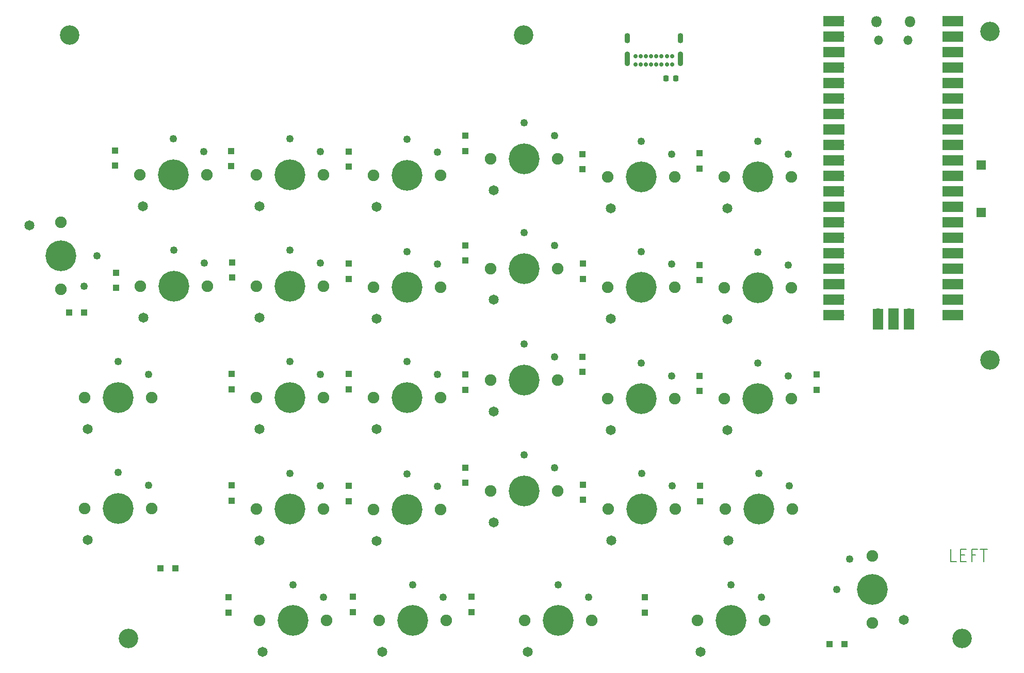
<source format=gbr>
%TF.GenerationSoftware,KiCad,Pcbnew,(6.0.6-0)*%
%TF.CreationDate,2023-01-06T16:27:02+00:00*%
%TF.ProjectId,MacSplit60,4d616353-706c-4697-9436-302e6b696361,rev?*%
%TF.SameCoordinates,Original*%
%TF.FileFunction,Soldermask,Top*%
%TF.FilePolarity,Negative*%
%FSLAX46Y46*%
G04 Gerber Fmt 4.6, Leading zero omitted, Abs format (unit mm)*
G04 Created by KiCad (PCBNEW (6.0.6-0)) date 2023-01-06 16:27:02*
%MOMM*%
%LPD*%
G01*
G04 APERTURE LIST*
G04 Aperture macros list*
%AMRoundRect*
0 Rectangle with rounded corners*
0 $1 Rounding radius*
0 $2 $3 $4 $5 $6 $7 $8 $9 X,Y pos of 4 corners*
0 Add a 4 corners polygon primitive as box body*
4,1,4,$2,$3,$4,$5,$6,$7,$8,$9,$2,$3,0*
0 Add four circle primitives for the rounded corners*
1,1,$1+$1,$2,$3*
1,1,$1+$1,$4,$5*
1,1,$1+$1,$6,$7*
1,1,$1+$1,$8,$9*
0 Add four rect primitives between the rounded corners*
20,1,$1+$1,$2,$3,$4,$5,0*
20,1,$1+$1,$4,$5,$6,$7,0*
20,1,$1+$1,$6,$7,$8,$9,0*
20,1,$1+$1,$8,$9,$2,$3,0*%
G04 Aperture macros list end*
%ADD10C,0.150000*%
%ADD11RoundRect,0.225000X-0.225000X-0.250000X0.225000X-0.250000X0.225000X0.250000X-0.225000X0.250000X0*%
%ADD12C,1.900000*%
%ADD13C,1.250000*%
%ADD14C,1.650000*%
%ADD15C,5.050000*%
%ADD16O,1.800000X1.800000*%
%ADD17O,1.500000X1.500000*%
%ADD18O,1.700000X1.700000*%
%ADD19R,3.500000X1.700000*%
%ADD20R,1.700000X1.700000*%
%ADD21R,1.700000X3.500000*%
%ADD22C,3.200000*%
%ADD23C,0.700000*%
%ADD24O,0.900000X1.700000*%
%ADD25O,0.900000X2.400000*%
%ADD26R,1.500000X1.500000*%
%ADD27R,1.000000X1.000000*%
G04 APERTURE END LIST*
D10*
X243395238Y-125704761D02*
X242442857Y-125704761D01*
X242442857Y-123704761D01*
X244061904Y-124657142D02*
X244728571Y-124657142D01*
X245014285Y-125704761D02*
X244061904Y-125704761D01*
X244061904Y-123704761D01*
X245014285Y-123704761D01*
X246538095Y-124657142D02*
X245871428Y-124657142D01*
X245871428Y-125704761D02*
X245871428Y-123704761D01*
X246823809Y-123704761D01*
X247300000Y-123704761D02*
X248442857Y-123704761D01*
X247871428Y-125704761D02*
X247871428Y-123704761D01*
D11*
%TO.C,C1*%
X195735000Y-46350000D03*
X197285000Y-46350000D03*
%TD*%
D12*
%TO.C,SW2*%
X128500000Y-62200000D03*
D13*
X139000000Y-58400000D03*
D14*
X129000000Y-67350000D03*
D12*
X139500000Y-62200000D03*
D13*
X134000000Y-56300000D03*
D15*
X134000000Y-62200000D03*
%TD*%
D12*
%TO.C,SW18*%
X205300000Y-99000000D03*
D15*
X210800000Y-99000000D03*
D13*
X210800000Y-93100000D03*
X215800000Y-95200000D03*
D14*
X205800000Y-104150000D03*
D12*
X216300000Y-99000000D03*
%TD*%
D16*
%TO.C,U1*%
X230275000Y-37100000D03*
D17*
X235425000Y-40130000D03*
X230575000Y-40130000D03*
D16*
X235725000Y-37100000D03*
D18*
X224110000Y-36970000D03*
D19*
X223210000Y-36970000D03*
D18*
X224110000Y-39510000D03*
D19*
X223210000Y-39510000D03*
D20*
X224110000Y-42050000D03*
D19*
X223210000Y-42050000D03*
D18*
X224110000Y-44590000D03*
D19*
X223210000Y-44590000D03*
D18*
X224110000Y-47130000D03*
D19*
X223210000Y-47130000D03*
D18*
X224110000Y-49670000D03*
D19*
X223210000Y-49670000D03*
D18*
X224110000Y-52210000D03*
D19*
X223210000Y-52210000D03*
D20*
X224110000Y-54750000D03*
D19*
X223210000Y-54750000D03*
X223210000Y-57290000D03*
D18*
X224110000Y-57290000D03*
X224110000Y-59830000D03*
D19*
X223210000Y-59830000D03*
X223210000Y-62370000D03*
D18*
X224110000Y-62370000D03*
X224110000Y-64910000D03*
D19*
X223210000Y-64910000D03*
X223210000Y-67450000D03*
D20*
X224110000Y-67450000D03*
D19*
X223210000Y-69990000D03*
D18*
X224110000Y-69990000D03*
X224110000Y-72530000D03*
D19*
X223210000Y-72530000D03*
D18*
X224110000Y-75070000D03*
D19*
X223210000Y-75070000D03*
X223210000Y-77610000D03*
D18*
X224110000Y-77610000D03*
D20*
X224110000Y-80150000D03*
D19*
X223210000Y-80150000D03*
X223210000Y-82690000D03*
D18*
X224110000Y-82690000D03*
D19*
X223210000Y-85230000D03*
D18*
X224110000Y-85230000D03*
D19*
X242790000Y-85230000D03*
D18*
X241890000Y-85230000D03*
X241890000Y-82690000D03*
D19*
X242790000Y-82690000D03*
X242790000Y-80150000D03*
D20*
X241890000Y-80150000D03*
D19*
X242790000Y-77610000D03*
D18*
X241890000Y-77610000D03*
X241890000Y-75070000D03*
D19*
X242790000Y-75070000D03*
D18*
X241890000Y-72530000D03*
D19*
X242790000Y-72530000D03*
X242790000Y-69990000D03*
D18*
X241890000Y-69990000D03*
D19*
X242790000Y-67450000D03*
D20*
X241890000Y-67450000D03*
D19*
X242790000Y-64910000D03*
D18*
X241890000Y-64910000D03*
X241890000Y-62370000D03*
D19*
X242790000Y-62370000D03*
X242790000Y-59830000D03*
D18*
X241890000Y-59830000D03*
D19*
X242790000Y-57290000D03*
D18*
X241890000Y-57290000D03*
D20*
X241890000Y-54750000D03*
D19*
X242790000Y-54750000D03*
D18*
X241890000Y-52210000D03*
D19*
X242790000Y-52210000D03*
D18*
X241890000Y-49670000D03*
D19*
X242790000Y-49670000D03*
D18*
X241890000Y-47130000D03*
D19*
X242790000Y-47130000D03*
X242790000Y-44590000D03*
D18*
X241890000Y-44590000D03*
D19*
X242790000Y-42050000D03*
D20*
X241890000Y-42050000D03*
D18*
X241890000Y-39510000D03*
D19*
X242790000Y-39510000D03*
D18*
X241890000Y-36970000D03*
D19*
X242790000Y-36970000D03*
D18*
X230460000Y-85000000D03*
D21*
X230460000Y-85900000D03*
X233000000Y-85900000D03*
D20*
X233000000Y-85000000D03*
D18*
X235540000Y-85000000D03*
D21*
X235540000Y-85900000D03*
%TD*%
D12*
%TO.C,SW23*%
X186200000Y-117100000D03*
D14*
X186700000Y-122250000D03*
D12*
X197200000Y-117100000D03*
D13*
X191700000Y-111200000D03*
X196700000Y-113300000D03*
D15*
X191700000Y-117100000D03*
%TD*%
D22*
%TO.C,H7*%
X172300000Y-39300000D03*
%TD*%
D12*
%TO.C,SW29*%
X229600000Y-124800000D03*
D15*
X229600000Y-130300000D03*
D12*
X229600000Y-135800000D03*
D13*
X223700000Y-130300000D03*
X225800000Y-125300000D03*
D14*
X234750000Y-135300000D03*
%TD*%
D15*
%TO.C,SW14*%
X134000000Y-98800000D03*
D13*
X139000000Y-95000000D03*
X134000000Y-92900000D03*
D12*
X128500000Y-98800000D03*
D14*
X129000000Y-103950000D03*
D12*
X139500000Y-98800000D03*
%TD*%
D23*
%TO.C,J1*%
X196675000Y-44125000D03*
X195825000Y-44125000D03*
X194975000Y-44125000D03*
X194125000Y-44125000D03*
X193275000Y-44125000D03*
X192425000Y-44125000D03*
X191575000Y-44125000D03*
X190725000Y-44125000D03*
X190725000Y-42775000D03*
X191575000Y-42775000D03*
X192425000Y-42775000D03*
X193275000Y-42775000D03*
X194125000Y-42775000D03*
X194975000Y-42775000D03*
X195825000Y-42775000D03*
X196675000Y-42775000D03*
D24*
X198025000Y-39765000D03*
X189375000Y-39765000D03*
D25*
X198025000Y-43145000D03*
X189375000Y-43145000D03*
%TD*%
D15*
%TO.C,SW13*%
X105800291Y-98800000D03*
D12*
X100300291Y-98800000D03*
D14*
X100800291Y-103950000D03*
D12*
X111300291Y-98800000D03*
D13*
X105800291Y-92900000D03*
X110800291Y-95000000D03*
%TD*%
D14*
%TO.C,SW6*%
X205800000Y-67750000D03*
D13*
X215800000Y-58800000D03*
D12*
X205300000Y-62600000D03*
D13*
X210800000Y-56700000D03*
D15*
X210800000Y-62600000D03*
D12*
X216300000Y-62600000D03*
%TD*%
D15*
%TO.C,SW27*%
X178000000Y-135394035D03*
D12*
X172500000Y-135394035D03*
D13*
X178000000Y-129494035D03*
D14*
X173000000Y-140544035D03*
D12*
X183500000Y-135394035D03*
D13*
X183000000Y-131594035D03*
%TD*%
D12*
%TO.C,SW10*%
X177900000Y-77600000D03*
X166900000Y-77600000D03*
D14*
X167400000Y-82750000D03*
D13*
X177400000Y-73800000D03*
X172400000Y-71700000D03*
D15*
X172400000Y-77600000D03*
%TD*%
D12*
%TO.C,SW1*%
X120370058Y-62200000D03*
D13*
X119870058Y-58400000D03*
X114870058Y-56300000D03*
D12*
X109370058Y-62200000D03*
D15*
X114870058Y-62200000D03*
D14*
X109870058Y-67350000D03*
%TD*%
%TO.C,SW11*%
X186600000Y-85850000D03*
D12*
X197100000Y-80700000D03*
D15*
X191600000Y-80700000D03*
D12*
X186100000Y-80700000D03*
D13*
X196600000Y-76900000D03*
X191600000Y-74800000D03*
%TD*%
D22*
%TO.C,H2*%
X244300000Y-138300000D03*
%TD*%
D14*
%TO.C,SW30*%
X91220058Y-70500000D03*
D13*
X100170058Y-80500000D03*
D12*
X96370058Y-81000000D03*
D13*
X102270058Y-75500000D03*
D12*
X96370058Y-70000000D03*
D15*
X96370058Y-75500000D03*
%TD*%
%TO.C,SW21*%
X153200000Y-117200000D03*
D12*
X147700000Y-117200000D03*
D13*
X153200000Y-111300000D03*
D14*
X148200000Y-122350000D03*
D13*
X158200000Y-113400000D03*
D12*
X158700000Y-117200000D03*
%TD*%
D22*
%TO.C,H5*%
X248900000Y-92600000D03*
%TD*%
D13*
%TO.C,SW9*%
X158200000Y-76900000D03*
D12*
X147700000Y-80700000D03*
D15*
X153200000Y-80700000D03*
D13*
X153200000Y-74800000D03*
D12*
X158700000Y-80700000D03*
D14*
X148200000Y-85850000D03*
%TD*%
D22*
%TO.C,H4*%
X97800000Y-39300000D03*
%TD*%
D12*
%TO.C,SW4*%
X166900000Y-59600000D03*
X177900000Y-59600000D03*
D13*
X177400000Y-55800000D03*
D15*
X172400000Y-59600000D03*
D13*
X172400000Y-53700000D03*
D14*
X167400000Y-64750000D03*
%TD*%
D13*
%TO.C,SW7*%
X119900291Y-76700000D03*
D14*
X109900291Y-85650000D03*
D12*
X109400291Y-80500000D03*
D15*
X114900291Y-80500000D03*
D12*
X120400291Y-80500000D03*
D13*
X114900291Y-74600000D03*
%TD*%
D22*
%TO.C,H6*%
X107500000Y-138300000D03*
%TD*%
D26*
%TO.C,SW100*%
X247396000Y-60616000D03*
X247396000Y-68416000D03*
%TD*%
D12*
%TO.C,SW17*%
X186100000Y-99000000D03*
X197100000Y-99000000D03*
D15*
X191600000Y-99000000D03*
D13*
X196600000Y-95200000D03*
D14*
X186600000Y-104150000D03*
D13*
X191600000Y-93100000D03*
%TD*%
D14*
%TO.C,SW19*%
X100800291Y-122150000D03*
D13*
X105800291Y-111100000D03*
D12*
X111300291Y-117000000D03*
X100300291Y-117000000D03*
D13*
X110800291Y-113200000D03*
D15*
X105800291Y-117000000D03*
%TD*%
D14*
%TO.C,SW24*%
X205900000Y-122250000D03*
D15*
X210900000Y-117100000D03*
D13*
X215900000Y-113300000D03*
D12*
X205400000Y-117100000D03*
X216400000Y-117100000D03*
D13*
X210900000Y-111200000D03*
%TD*%
%TO.C,SW28*%
X211399709Y-131594035D03*
D15*
X206399709Y-135394035D03*
D12*
X200899709Y-135394035D03*
D14*
X201399709Y-140544035D03*
D13*
X206399709Y-129494035D03*
D12*
X211899709Y-135394035D03*
%TD*%
D13*
%TO.C,SW5*%
X191600000Y-56700000D03*
X196600000Y-58800000D03*
D15*
X191600000Y-62600000D03*
D12*
X186100000Y-62600000D03*
X197100000Y-62600000D03*
D14*
X186600000Y-67750000D03*
%TD*%
D13*
%TO.C,SW3*%
X153200000Y-56400000D03*
D12*
X158700000Y-62300000D03*
X147700000Y-62300000D03*
D13*
X158200000Y-58500000D03*
D14*
X148200000Y-67450000D03*
D15*
X153200000Y-62300000D03*
%TD*%
D14*
%TO.C,SW25*%
X129500000Y-140550000D03*
D13*
X139500000Y-131600000D03*
D12*
X129000000Y-135400000D03*
D13*
X134500000Y-129500000D03*
D15*
X134500000Y-135400000D03*
D12*
X140000000Y-135400000D03*
%TD*%
%TO.C,SW22*%
X177900000Y-114100000D03*
D13*
X172400000Y-108200000D03*
D12*
X166900000Y-114100000D03*
D14*
X167400000Y-119250000D03*
D15*
X172400000Y-114100000D03*
D13*
X177400000Y-110300000D03*
%TD*%
D15*
%TO.C,SW15*%
X153200000Y-98800000D03*
D13*
X158200000Y-95000000D03*
D12*
X147700000Y-98800000D03*
D13*
X153200000Y-92900000D03*
D14*
X148200000Y-103950000D03*
D12*
X158700000Y-98800000D03*
%TD*%
D22*
%TO.C,H3*%
X248900000Y-38700000D03*
%TD*%
D12*
%TO.C,SW8*%
X139500000Y-80500000D03*
D15*
X134000000Y-80500000D03*
D12*
X128500000Y-80500000D03*
D13*
X134000000Y-74600000D03*
D14*
X129000000Y-85650000D03*
D13*
X139000000Y-76700000D03*
%TD*%
D15*
%TO.C,SW12*%
X210800000Y-80800000D03*
D13*
X215800000Y-77000000D03*
D14*
X205800000Y-85950000D03*
D12*
X205300000Y-80800000D03*
D13*
X210800000Y-74900000D03*
D12*
X216300000Y-80800000D03*
%TD*%
D13*
%TO.C,SW20*%
X139000000Y-113300000D03*
D15*
X134000000Y-117100000D03*
D14*
X129000000Y-122250000D03*
D12*
X128500000Y-117100000D03*
X139500000Y-117100000D03*
D13*
X134000000Y-111200000D03*
%TD*%
D14*
%TO.C,SW16*%
X167400000Y-101050000D03*
D12*
X177900000Y-95900000D03*
D13*
X177400000Y-92100000D03*
D12*
X166900000Y-95900000D03*
D13*
X172400000Y-90000000D03*
D15*
X172400000Y-95900000D03*
%TD*%
D12*
%TO.C,SW26*%
X159600000Y-135400000D03*
D13*
X159100000Y-131600000D03*
D15*
X154100000Y-135400000D03*
D14*
X149100000Y-140550000D03*
D12*
X148600000Y-135400000D03*
D13*
X154100000Y-129500000D03*
%TD*%
D27*
%TO.C,D12*%
X143600000Y-79300000D03*
X143600000Y-76800000D03*
%TD*%
%TO.C,D23*%
X124400291Y-115700000D03*
X124400291Y-113200000D03*
%TD*%
%TO.C,D19*%
X182000000Y-94600000D03*
X182000000Y-92100000D03*
%TD*%
%TO.C,D18*%
X162800000Y-97500000D03*
X162800000Y-95000000D03*
%TD*%
%TO.C,D13*%
X162800000Y-76300000D03*
X162800000Y-73800000D03*
%TD*%
%TO.C,D5*%
X182000000Y-61300000D03*
X182000000Y-58800000D03*
%TD*%
%TO.C,D29*%
X144300000Y-134000000D03*
X144300000Y-131500000D03*
%TD*%
%TO.C,D25*%
X162800000Y-112800000D03*
X162800000Y-110300000D03*
%TD*%
%TO.C,D30*%
X163800000Y-134000000D03*
X163800000Y-131500000D03*
%TD*%
%TO.C,D32*%
X222500000Y-139300000D03*
X225000000Y-139300000D03*
%TD*%
%TO.C,D24*%
X143600291Y-115800000D03*
X143600291Y-113300000D03*
%TD*%
%TO.C,D1*%
X105300291Y-60700000D03*
X105300291Y-58200000D03*
%TD*%
%TO.C,D2*%
X124300291Y-60800000D03*
X124300291Y-58300000D03*
%TD*%
%TO.C,D15*%
X201200000Y-79500000D03*
X201200000Y-77000000D03*
%TD*%
%TO.C,D10*%
X105400291Y-80800000D03*
X105400291Y-78300000D03*
%TD*%
%TO.C,D31*%
X192200000Y-134100000D03*
X192200000Y-131600000D03*
%TD*%
%TO.C,D22*%
X115200000Y-126800000D03*
X112700000Y-126800000D03*
%TD*%
%TO.C,D17*%
X143600291Y-97400000D03*
X143600291Y-94900000D03*
%TD*%
%TO.C,D26*%
X182100000Y-115600000D03*
X182100000Y-113100000D03*
%TD*%
%TO.C,D6*%
X201200000Y-61200000D03*
X201200000Y-58700000D03*
%TD*%
%TO.C,D4*%
X162800000Y-58300000D03*
X162800000Y-55800000D03*
%TD*%
%TO.C,D11*%
X124500291Y-79100000D03*
X124500291Y-76600000D03*
%TD*%
%TO.C,D16*%
X124400291Y-97400000D03*
X124400291Y-94900000D03*
%TD*%
%TO.C,D28*%
X123900000Y-134100000D03*
X123900000Y-131600000D03*
%TD*%
%TO.C,D14*%
X182100000Y-79300000D03*
X182100000Y-76800000D03*
%TD*%
%TO.C,D27*%
X201300000Y-115800000D03*
X201300000Y-113300000D03*
%TD*%
%TO.C,D20*%
X201200000Y-97700000D03*
X201200000Y-95200000D03*
%TD*%
%TO.C,D33*%
X97700291Y-84800000D03*
X100200291Y-84800000D03*
%TD*%
%TO.C,D21*%
X220400000Y-97500000D03*
X220400000Y-95000000D03*
%TD*%
%TO.C,D3*%
X143600000Y-60900000D03*
X143600000Y-58400000D03*
%TD*%
M02*

</source>
